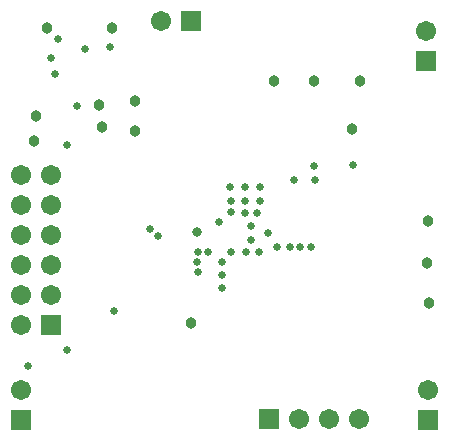
<source format=gbs>
G04 Layer_Color=16711935*
%FSLAX44Y44*%
%MOMM*%
G71*
G01*
G75*
%ADD60C,0.9652*%
%ADD61C,0.6604*%
%ADD62C,1.7032*%
%ADD63R,1.7032X1.7032*%
%ADD64R,1.7032X1.7032*%
%ADD65C,0.8032*%
D60*
X300355Y264668D02*
D03*
X86614Y284353D02*
D03*
X117094Y288036D02*
D03*
X42545Y350266D02*
D03*
X97282D02*
D03*
X32893Y275209D02*
D03*
X89027Y266446D02*
D03*
X30861Y254254D02*
D03*
X234442Y304927D02*
D03*
X268351Y305435D02*
D03*
X307086D02*
D03*
X365125Y186690D02*
D03*
X364363Y150749D02*
D03*
X365760Y116967D02*
D03*
X163957Y100076D02*
D03*
X116967Y263017D02*
D03*
D61*
X268732Y233299D02*
D03*
X300990Y234188D02*
D03*
X268986Y221107D02*
D03*
X251333Y221234D02*
D03*
X222758Y203835D02*
D03*
X198120Y203581D02*
D03*
X210058Y203835D02*
D03*
X198120Y193929D02*
D03*
X210058Y193421D02*
D03*
X220218Y193675D02*
D03*
X190631Y129413D02*
D03*
Y140589D02*
D03*
Y151511D02*
D03*
X197866Y160147D02*
D03*
X210566D02*
D03*
X221996Y160655D02*
D03*
X209550Y215519D02*
D03*
X197612Y215265D02*
D03*
X222250Y215519D02*
D03*
X236728Y164719D02*
D03*
X247650D02*
D03*
X256794D02*
D03*
X265684D02*
D03*
X169803Y160147D02*
D03*
X178825D02*
D03*
X169549Y152019D02*
D03*
X169803Y143637D02*
D03*
X214630Y181911D02*
D03*
X214757Y170815D02*
D03*
X45466Y324866D02*
D03*
X99314Y110617D02*
D03*
X74168Y331851D02*
D03*
X51943Y340360D02*
D03*
X229108Y176403D02*
D03*
X26162Y63373D02*
D03*
X59436Y251079D02*
D03*
X129540Y179959D02*
D03*
X136652Y173863D02*
D03*
X49142Y310903D02*
D03*
X59182Y77343D02*
D03*
X95250Y333883D02*
D03*
X67766Y284151D02*
D03*
X187706Y185547D02*
D03*
D62*
X365252Y43307D02*
D03*
X255778Y18669D02*
D03*
X281178D02*
D03*
X306578D02*
D03*
X20066Y43053D02*
D03*
X139192Y355981D02*
D03*
X20066Y225171D02*
D03*
Y199771D02*
D03*
Y174371D02*
D03*
Y148971D02*
D03*
Y123571D02*
D03*
Y98171D02*
D03*
X45466Y225171D02*
D03*
Y199771D02*
D03*
Y174371D02*
D03*
Y148971D02*
D03*
Y123571D02*
D03*
X363474Y347599D02*
D03*
D63*
X365252Y17907D02*
D03*
X20066Y17653D02*
D03*
X45466Y98171D02*
D03*
X363474Y322199D02*
D03*
D64*
X230378Y18669D02*
D03*
X164592Y355981D02*
D03*
D65*
X168910Y177419D02*
D03*
M02*

</source>
